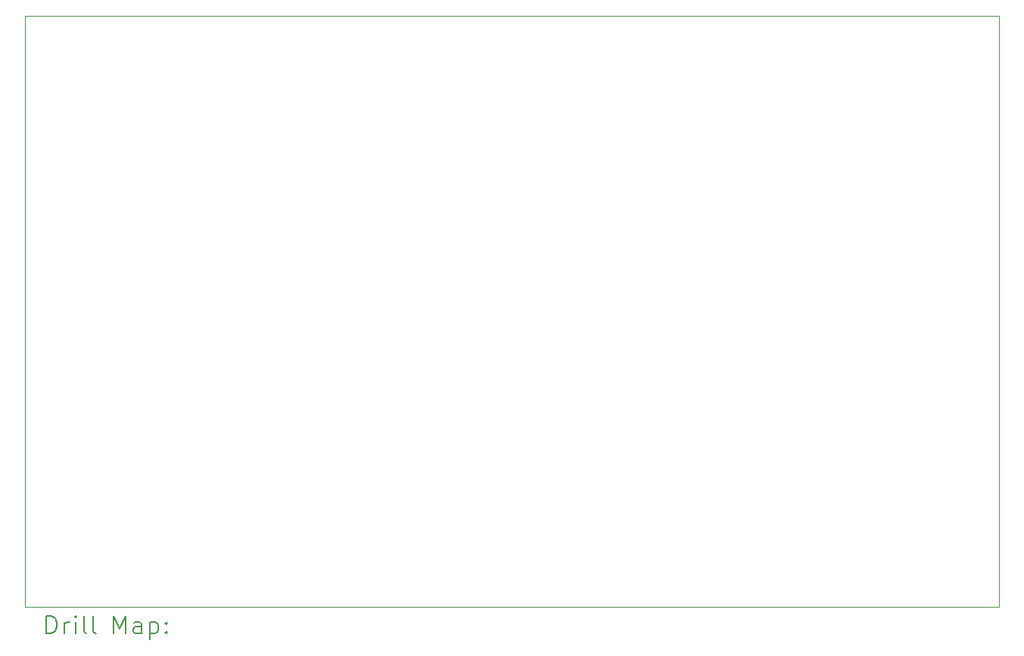
<source format=gbr>
%TF.GenerationSoftware,KiCad,Pcbnew,(7.0.0)*%
%TF.CreationDate,2023-03-30T08:57:19+02:00*%
%TF.ProjectId,HM-Base,484d2d42-6173-4652-9e6b-696361645f70,rev?*%
%TF.SameCoordinates,Original*%
%TF.FileFunction,Drillmap*%
%TF.FilePolarity,Positive*%
%FSLAX45Y45*%
G04 Gerber Fmt 4.5, Leading zero omitted, Abs format (unit mm)*
G04 Created by KiCad (PCBNEW (7.0.0)) date 2023-03-30 08:57:19*
%MOMM*%
%LPD*%
G01*
G04 APERTURE LIST*
%ADD10C,0.100000*%
%ADD11C,0.200000*%
G04 APERTURE END LIST*
D10*
X8126200Y-4801600D02*
X19024600Y-4801600D01*
X19024600Y-4801600D02*
X19024600Y-11425400D01*
X19024600Y-11425400D02*
X8126200Y-11425400D01*
X8126200Y-11425400D02*
X8126200Y-4801600D01*
D11*
X8368819Y-11723876D02*
X8368819Y-11523876D01*
X8368819Y-11523876D02*
X8416438Y-11523876D01*
X8416438Y-11523876D02*
X8445010Y-11533400D01*
X8445010Y-11533400D02*
X8464057Y-11552448D01*
X8464057Y-11552448D02*
X8473581Y-11571495D01*
X8473581Y-11571495D02*
X8483105Y-11609590D01*
X8483105Y-11609590D02*
X8483105Y-11638162D01*
X8483105Y-11638162D02*
X8473581Y-11676257D01*
X8473581Y-11676257D02*
X8464057Y-11695305D01*
X8464057Y-11695305D02*
X8445010Y-11714352D01*
X8445010Y-11714352D02*
X8416438Y-11723876D01*
X8416438Y-11723876D02*
X8368819Y-11723876D01*
X8568819Y-11723876D02*
X8568819Y-11590543D01*
X8568819Y-11628638D02*
X8578343Y-11609590D01*
X8578343Y-11609590D02*
X8587867Y-11600067D01*
X8587867Y-11600067D02*
X8606914Y-11590543D01*
X8606914Y-11590543D02*
X8625962Y-11590543D01*
X8692629Y-11723876D02*
X8692629Y-11590543D01*
X8692629Y-11523876D02*
X8683105Y-11533400D01*
X8683105Y-11533400D02*
X8692629Y-11542924D01*
X8692629Y-11542924D02*
X8702152Y-11533400D01*
X8702152Y-11533400D02*
X8692629Y-11523876D01*
X8692629Y-11523876D02*
X8692629Y-11542924D01*
X8816438Y-11723876D02*
X8797390Y-11714352D01*
X8797390Y-11714352D02*
X8787867Y-11695305D01*
X8787867Y-11695305D02*
X8787867Y-11523876D01*
X8921200Y-11723876D02*
X8902152Y-11714352D01*
X8902152Y-11714352D02*
X8892629Y-11695305D01*
X8892629Y-11695305D02*
X8892629Y-11523876D01*
X9117390Y-11723876D02*
X9117390Y-11523876D01*
X9117390Y-11523876D02*
X9184057Y-11666733D01*
X9184057Y-11666733D02*
X9250724Y-11523876D01*
X9250724Y-11523876D02*
X9250724Y-11723876D01*
X9431676Y-11723876D02*
X9431676Y-11619114D01*
X9431676Y-11619114D02*
X9422152Y-11600067D01*
X9422152Y-11600067D02*
X9403105Y-11590543D01*
X9403105Y-11590543D02*
X9365009Y-11590543D01*
X9365009Y-11590543D02*
X9345962Y-11600067D01*
X9431676Y-11714352D02*
X9412629Y-11723876D01*
X9412629Y-11723876D02*
X9365009Y-11723876D01*
X9365009Y-11723876D02*
X9345962Y-11714352D01*
X9345962Y-11714352D02*
X9336438Y-11695305D01*
X9336438Y-11695305D02*
X9336438Y-11676257D01*
X9336438Y-11676257D02*
X9345962Y-11657209D01*
X9345962Y-11657209D02*
X9365009Y-11647686D01*
X9365009Y-11647686D02*
X9412629Y-11647686D01*
X9412629Y-11647686D02*
X9431676Y-11638162D01*
X9526914Y-11590543D02*
X9526914Y-11790543D01*
X9526914Y-11600067D02*
X9545962Y-11590543D01*
X9545962Y-11590543D02*
X9584057Y-11590543D01*
X9584057Y-11590543D02*
X9603105Y-11600067D01*
X9603105Y-11600067D02*
X9612629Y-11609590D01*
X9612629Y-11609590D02*
X9622152Y-11628638D01*
X9622152Y-11628638D02*
X9622152Y-11685781D01*
X9622152Y-11685781D02*
X9612629Y-11704828D01*
X9612629Y-11704828D02*
X9603105Y-11714352D01*
X9603105Y-11714352D02*
X9584057Y-11723876D01*
X9584057Y-11723876D02*
X9545962Y-11723876D01*
X9545962Y-11723876D02*
X9526914Y-11714352D01*
X9707867Y-11704828D02*
X9717390Y-11714352D01*
X9717390Y-11714352D02*
X9707867Y-11723876D01*
X9707867Y-11723876D02*
X9698343Y-11714352D01*
X9698343Y-11714352D02*
X9707867Y-11704828D01*
X9707867Y-11704828D02*
X9707867Y-11723876D01*
X9707867Y-11600067D02*
X9717390Y-11609590D01*
X9717390Y-11609590D02*
X9707867Y-11619114D01*
X9707867Y-11619114D02*
X9698343Y-11609590D01*
X9698343Y-11609590D02*
X9707867Y-11600067D01*
X9707867Y-11600067D02*
X9707867Y-11619114D01*
M02*

</source>
